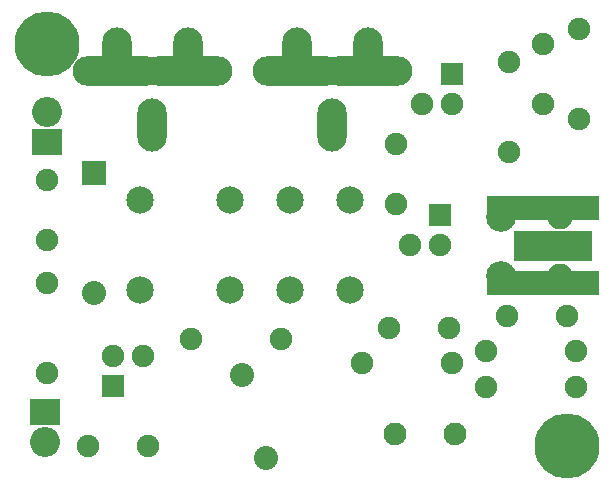
<source format=gbs>
G04 #@! TF.FileFunction,Soldermask,Bot*
%FSLAX45Y45*%
G04 Gerber Fmt 4.5, Leading zero omitted, Abs format (unit mm)*
G04 Created by KiCad (PCBNEW (2015-08-03 BZR 6047)-product) date Di 04 Aug 2015 09:04:52 CEST*
%MOMM*%
G01*
G04 APERTURE LIST*
%ADD10C,0.150000*%
%ADD11R,2.540000X2.308000*%
%ADD12O,2.540000X2.540000*%
%ADD13C,5.509260*%
%ADD14C,2.032000*%
%ADD15C,1.905000*%
%ADD16C,1.930400*%
%ADD17C,2.306320*%
%ADD18R,2.032000X2.032000*%
%ADD19O,7.508240X2.506980*%
%ADD20O,2.506980X4.508500*%
%ADD21R,9.507220X2.032000*%
%ADD22R,6.604000X2.506980*%
%ADD23C,2.506980*%
%ADD24C,2.108200*%
%ADD25R,1.905000X1.905000*%
G04 APERTURE END LIST*
D10*
D11*
X12700000Y-7326884D03*
D12*
X12700000Y-7072884D03*
D11*
X12680950Y-9611106D03*
D12*
X12680950Y-9865106D03*
D13*
X17100042Y-9900158D03*
X12700000Y-6499860D03*
D14*
X14550136Y-9999980D03*
X14349984Y-9299956D03*
D15*
X15369032Y-9199880D03*
X16131032Y-9199880D03*
X14680946Y-8999982D03*
X13918946Y-8999982D03*
X16610000Y-7411000D03*
X16610000Y-6649000D03*
X16419068Y-9100058D03*
X17181068Y-9100058D03*
X16419068Y-9400032D03*
X17181068Y-9400032D03*
X17200118Y-6369050D03*
X17200118Y-7131050D03*
X12700000Y-9280906D03*
X12700000Y-8518906D03*
D16*
X15645892Y-9800082D03*
X16153892Y-9800082D03*
D17*
X15263622Y-7818882D03*
X14755622Y-7818882D03*
X14247622Y-7818882D03*
X15263622Y-8580882D03*
X14755622Y-8580882D03*
X14247622Y-8580882D03*
X13485622Y-7818882D03*
X13485622Y-8580882D03*
D18*
X13100050Y-7592060D03*
D14*
X13100050Y-8608060D03*
D15*
X15596108Y-8899906D03*
X16104108Y-8899906D03*
X15649956Y-7853934D03*
X15649956Y-7345934D03*
X16596106Y-8800084D03*
X17104106Y-8800084D03*
X16899890Y-6496050D03*
X16899890Y-7004050D03*
X12700000Y-8153908D03*
X12700000Y-7645908D03*
X13553948Y-9899904D03*
X13045948Y-9899904D03*
D19*
X15413228Y-6731000D03*
X14812772Y-6731000D03*
D20*
X15113000Y-7181088D03*
X14813026Y-6581140D03*
X15412974Y-6581140D03*
D19*
X13889228Y-6731000D03*
X13288772Y-6731000D03*
D20*
X13589000Y-7181088D03*
X13289026Y-6581140D03*
X13888974Y-6581140D03*
D21*
X16899926Y-7890516D03*
X16899926Y-8522976D03*
D22*
X16984000Y-8207000D03*
D23*
X16789944Y-8212080D03*
D24*
X17039880Y-8462016D03*
X17039880Y-7961890D03*
D23*
X16540008Y-7961890D03*
X16540008Y-8462016D03*
D25*
X13258800Y-9398000D03*
D15*
X13258800Y-9144000D03*
X13512800Y-9144000D03*
D25*
X16027400Y-7950200D03*
D15*
X16027400Y-8204200D03*
X15773400Y-8204200D03*
D25*
X16129000Y-6756400D03*
D15*
X16129000Y-7010400D03*
X15875000Y-7010400D03*
M02*

</source>
